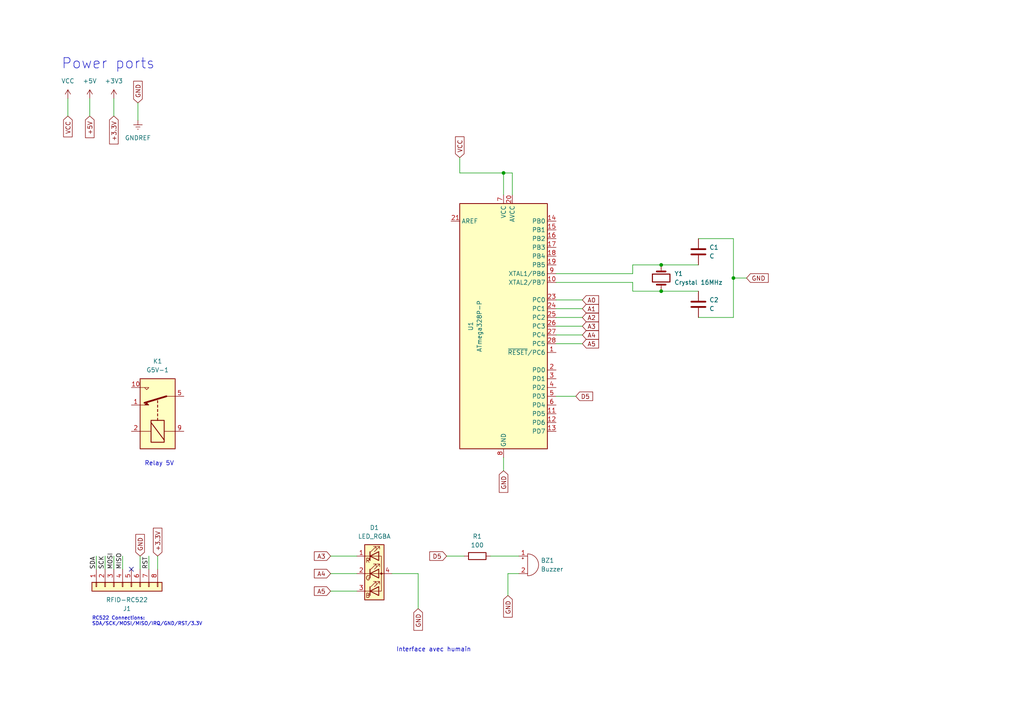
<source format=kicad_sch>
(kicad_sch (version 20211123) (generator eeschema)
  (paper "A4")
  (lib_symbols
    (symbol "Connector_Generic:Conn_01x08" (pin_names (offset 1.016) hide)
      (property "Reference" "J" (at 0 10.16 0))
      (property "Value" "Conn_01x08" (at 0 -12.7 0))
      (symbol "Conn_01x08_1_1"
        (rectangle (start -1.27 -10.033) (end 0 -10.287) (stroke (width 0.1524)))
        (rectangle (start -1.27 -7.493) (end 0 -7.747) (stroke (width 0.1524)))
        (rectangle (start -1.27 -4.953) (end 0 -5.207) (stroke (width 0.1524)))
        (rectangle (start -1.27 -2.413) (end 0 -2.667) (stroke (width 0.1524)))
        (rectangle (start -1.27 0.127) (end 0 -0.127) (stroke (width 0.1524)))
        (rectangle (start -1.27 2.667) (end 0 2.413) (stroke (width 0.1524)))
        (rectangle (start -1.27 5.207) (end 0 4.953) (stroke (width 0.1524)))
        (rectangle (start -1.27 7.747) (end 0 7.493) (stroke (width 0.1524)))
        (rectangle (start -1.27 8.89) (end 1.27 -11.43) (stroke (width 0.254)) (fill (type background)))
        (pin passive line (at -5.08 7.62 0) (length 3.81) (name "Pin_1") (number "1"))
        (pin passive line (at -5.08 5.08 0) (length 3.81) (name "Pin_2") (number "2"))
        (pin passive line (at -5.08 2.54 0) (length 3.81) (name "Pin_3") (number "3"))
        (pin passive line (at -5.08 0 0) (length 3.81) (name "Pin_4") (number "4"))
        (pin passive line (at -5.08 -2.54 0) (length 3.81) (name "Pin_5") (number "5"))
        (pin passive line (at -5.08 -5.08 0) (length 3.81) (name "Pin_6") (number "6"))
        (pin passive line (at -5.08 -7.62 0) (length 3.81) (name "Pin_7") (number "7"))
        (pin passive line (at -5.08 -10.16 0) (length 3.81) (name "Pin_8") (number "8"))
      )
    )
    (symbol "Device:Buzzer" (pin_names (offset 0.0254) hide)
      (property "Reference" "BZ" (at 3.81 1.27 0))
      (property "Value" "Buzzer" (at 3.81 -1.27 0))
      (symbol "Buzzer_0_1"
        (arc (start 0 -3.175) (mid 3.175 0) (end 0 3.175))
        (polyline (pts (xy -1.651 1.905) (xy -1.143 1.905)))
        (polyline (pts (xy -1.397 2.159) (xy -1.397 1.651)))
        (polyline (pts (xy 0 3.175) (xy 0 -3.175)))
      )
      (symbol "Buzzer_1_1"
        (pin passive line (at -2.54 2.54 0) (length 2.54) (name "-") (number "1"))
        (pin passive line (at -2.54 -2.54 0) (length 2.54) (name "+") (number "2"))
      )
    )
    (symbol "Device:C" (pin_numbers hide) (pin_names (offset 0.254))
      (property "Reference" "C" (at 0.635 2.54 0))
      (property "Value" "C" (at 0.635 -2.54 0))
      (symbol "C_0_1"
        (polyline (pts (xy -2.032 -0.762) (xy 2.032 -0.762)) (stroke (width 0.508)))
        (polyline (pts (xy -2.032 0.762) (xy 2.032 0.762)) (stroke (width 0.508)))
      )
      (symbol "C_1_1"
        (pin passive line (at 0 3.81 270) (length 2.794) (name "~") (number "1"))
        (pin passive line (at 0 -3.81 90) (length 2.794) (name "~") (number "2"))
      )
    )
    (symbol "Device:Crystal" (pin_numbers hide) (pin_names (offset 1.016) hide)
      (property "Reference" "Y" (at 0 3.81 0))
      (property "Value" "Crystal" (at 0 -3.81 0))
      (symbol "Crystal_0_1"
        (rectangle (start -1.143 2.54) (end 1.143 -2.54) (stroke (width 0.3048)))
        (polyline (pts (xy -2.54 0) (xy -1.905 0)))
        (polyline (pts (xy -1.905 -1.27) (xy -1.905 1.27)) (stroke (width 0.508)))
        (polyline (pts (xy 1.905 -1.27) (xy 1.905 1.27)) (stroke (width 0.508)))
        (polyline (pts (xy 2.54 0) (xy 1.905 0)))
      )
      (symbol "Crystal_1_1"
        (pin passive line (at -3.81 0 0) (length 1.27) (name "1") (number "1"))
        (pin passive line (at 3.81 0 180) (length 1.27) (name "2") (number "2"))
      )
    )
    (symbol "Device:LED_RGBA" (pin_names (offset 0) hide)
      (property "Reference" "D" (at 0 9.398 0))
      (property "Value" "LED_RGBA" (at 0 -8.89 0))
      (symbol "LED_RGBA_0_0"
        (text "B" (at -1.905 -6.35 0) (effects (font (size 1.27 1.27))))
        (text "G" (at -1.905 -1.27 0) (effects (font (size 1.27 1.27))))
        (text "R" (at -1.905 3.81 0) (effects (font (size 1.27 1.27))))
      )
      (symbol "LED_RGBA_0_1"
        (polyline (pts (xy -1.27 -5.08) (xy -2.54 -5.08)))
        (polyline (pts (xy -1.27 -5.08) (xy 1.27 -5.08)))
        (polyline (pts (xy -1.27 -3.81) (xy -1.27 -6.35)) (stroke (width 0.254)))
        (polyline (pts (xy -1.27 0) (xy -2.54 0)))
        (polyline (pts (xy -1.27 1.27) (xy -1.27 -1.27)) (stroke (width 0.254)))
        (polyline (pts (xy -1.27 5.08) (xy -2.54 5.08)))
        (polyline (pts (xy -1.27 5.08) (xy 1.27 5.08)))
        (polyline (pts (xy -1.27 6.35) (xy -1.27 3.81)) (stroke (width 0.254)))
        (polyline (pts (xy 1.27 0) (xy -1.27 0)))
        (polyline (pts (xy 1.27 0) (xy 2.54 0)))
        (polyline (pts (xy -1.27 1.27) (xy -1.27 -1.27) (xy -1.27 -1.27)))
        (polyline (pts (xy -1.27 6.35) (xy -1.27 3.81) (xy -1.27 3.81)))
        (polyline (pts (xy 1.27 -5.08) (xy 2.032 -5.08) (xy 2.032 5.08) (xy 1.27 5.08)))
        (polyline (pts (xy 1.27 -3.81) (xy 1.27 -6.35) (xy -1.27 -5.08) (xy 1.27 -3.81)) (stroke (width 0.254)))
        (polyline (pts (xy 1.27 1.27) (xy 1.27 -1.27) (xy -1.27 0) (xy 1.27 1.27)) (stroke (width 0.254)))
        (polyline (pts (xy 1.27 6.35) (xy 1.27 3.81) (xy -1.27 5.08) (xy 1.27 6.35)) (stroke (width 0.254)))
        (polyline (pts (xy -1.016 -3.81) (xy 0.508 -2.286) (xy -0.254 -2.286) (xy 0.508 -2.286) (xy 0.508 -3.048)))
        (polyline (pts (xy -1.016 1.27) (xy 0.508 2.794) (xy -0.254 2.794) (xy 0.508 2.794) (xy 0.508 2.032)))
        (polyline (pts (xy -1.016 6.35) (xy 0.508 7.874) (xy -0.254 7.874) (xy 0.508 7.874) (xy 0.508 7.112)))
        (polyline (pts (xy 0 -3.81) (xy 1.524 -2.286) (xy 0.762 -2.286) (xy 1.524 -2.286) (xy 1.524 -3.048)))
        (polyline (pts (xy 0 1.27) (xy 1.524 2.794) (xy 0.762 2.794) (xy 1.524 2.794) (xy 1.524 2.032)))
        (polyline (pts (xy 0 6.35) (xy 1.524 7.874) (xy 0.762 7.874) (xy 1.524 7.874) (xy 1.524 7.112)))
        (rectangle (start 1.27 -1.27) (end 1.27 1.27))
        (rectangle (start 1.27 1.27) (end 1.27 1.27))
        (rectangle (start 1.27 3.81) (end 1.27 6.35))
        (rectangle (start 1.27 6.35) (end 1.27 6.35))
        (circle (center 2.032 0) (radius 0.254) (fill (type outline)))
        (rectangle (start 2.794 8.382) (end -2.794 -7.62) (stroke (width 0.254)) (fill (type background)))
      )
      (symbol "LED_RGBA_1_1"
        (pin passive line (at -5.08 5.08 0) (length 2.54) (name "RK") (number "1"))
        (pin passive line (at -5.08 0 0) (length 2.54) (name "GK") (number "2"))
        (pin passive line (at -5.08 -5.08 0) (length 2.54) (name "BK") (number "3"))
        (pin passive line (at 5.08 0 180) (length 2.54) (name "A") (number "4"))
      )
    )
    (symbol "Device:R" (pin_numbers hide) (pin_names (offset 0))
      (property "Reference" "R" (at 2.032 0 90))
      (property "Value" "R" (at 0 0 90))
      (symbol "R_0_1"
        (rectangle (start -1.016 -2.54) (end 1.016 2.54) (stroke (width 0.254)))
      )
      (symbol "R_1_1"
        (pin passive line (at 0 3.81 270) (length 1.27) (name "~") (number "1"))
        (pin passive line (at 0 -3.81 90) (length 1.27) (name "~") (number "2"))
      )
    )
    (symbol "MCU_Microchip_ATmega:ATmega328P-P"
      (property "Reference" "U" (at -12.7 36.83 0))
      (property "Value" "ATmega328P-P" (at 2.54 -36.83 0))
      (symbol "ATmega328P-P_0_1"
        (rectangle (start -12.7 -35.56) (end 12.7 35.56) (stroke (width 0.254)) (fill (type background)))
      )
      (symbol "ATmega328P-P_1_1"
        (pin bidirectional line (at 15.24 -7.62 180) (length 2.54) (name "~{RESET}/PC6") (number "1"))
        (pin bidirectional line (at 15.24 12.7 180) (length 2.54) (name "XTAL2/PB7") (number "10"))
        (pin bidirectional line (at 15.24 -25.4 180) (length 2.54) (name "PD5") (number "11"))
        (pin bidirectional line (at 15.24 -27.94 180) (length 2.54) (name "PD6") (number "12"))
        (pin bidirectional line (at 15.24 -30.48 180) (length 2.54) (name "PD7") (number "13"))
        (pin bidirectional line (at 15.24 30.48 180) (length 2.54) (name "PB0") (number "14"))
        (pin bidirectional line (at 15.24 27.94 180) (length 2.54) (name "PB1") (number "15"))
        (pin bidirectional line (at 15.24 25.4 180) (length 2.54) (name "PB2") (number "16"))
        (pin bidirectional line (at 15.24 22.86 180) (length 2.54) (name "PB3") (number "17"))
        (pin bidirectional line (at 15.24 20.32 180) (length 2.54) (name "PB4") (number "18"))
        (pin bidirectional line (at 15.24 17.78 180) (length 2.54) (name "PB5") (number "19"))
        (pin bidirectional line (at 15.24 -12.7 180) (length 2.54) (name "PD0") (number "2"))
        (pin power_in line (at 2.54 38.1 270) (length 2.54) (name "AVCC") (number "20"))
        (pin passive line (at -15.24 30.48 0) (length 2.54) (name "AREF") (number "21"))
        (pin passive line (at 0 -38.1 90) (length 2.54) hide (name "GND") (number "22"))
        (pin bidirectional line (at 15.24 7.62 180) (length 2.54) (name "PC0") (number "23"))
        (pin bidirectional line (at 15.24 5.08 180) (length 2.54) (name "PC1") (number "24"))
        (pin bidirectional line (at 15.24 2.54 180) (length 2.54) (name "PC2") (number "25"))
        (pin bidirectional line (at 15.24 0 180) (length 2.54) (name "PC3") (number "26"))
        (pin bidirectional line (at 15.24 -2.54 180) (length 2.54) (name "PC4") (number "27"))
        (pin bidirectional line (at 15.24 -5.08 180) (length 2.54) (name "PC5") (number "28"))
        (pin bidirectional line (at 15.24 -15.24 180) (length 2.54) (name "PD1") (number "3"))
        (pin bidirectional line (at 15.24 -17.78 180) (length 2.54) (name "PD2") (number "4"))
        (pin bidirectional line (at 15.24 -20.32 180) (length 2.54) (name "PD3") (number "5"))
        (pin bidirectional line (at 15.24 -22.86 180) (length 2.54) (name "PD4") (number "6"))
        (pin power_in line (at 0 38.1 270) (length 2.54) (name "VCC") (number "7"))
        (pin power_in line (at 0 -38.1 90) (length 2.54) (name "GND") (number "8"))
        (pin bidirectional line (at 15.24 15.24 180) (length 2.54) (name "XTAL1/PB6") (number "9"))
      )
    )
    (symbol "Relay:G5V-1"
      (property "Reference" "K" (at 11.43 3.81 0))
      (property "Value" "G5V-1" (at 11.43 1.27 0))
      (symbol "G5V-1_0_0"
        (polyline (pts (xy 7.62 5.08) (xy 7.62 2.54) (xy 6.985 3.175) (xy 7.62 3.81)))
      )
      (symbol "G5V-1_0_1"
        (rectangle (start -10.16 5.08) (end 10.16 -5.08) (stroke (width 0.254)) (fill (type background)))
        (rectangle (start -8.255 1.905) (end -1.905 -1.905) (stroke (width 0.254)))
        (polyline (pts (xy -7.62 -1.905) (xy -2.54 1.905)) (stroke (width 0.254)))
        (polyline (pts (xy -5.08 -5.08) (xy -5.08 -1.905)))
        (polyline (pts (xy -5.08 5.08) (xy -5.08 1.905)))
        (polyline (pts (xy -1.905 0) (xy -1.27 0)) (stroke (width 0.254)))
        (polyline (pts (xy -0.635 0) (xy 0 0)) (stroke (width 0.254)))
        (polyline (pts (xy 0.635 0) (xy 1.27 0)) (stroke (width 0.254)))
        (polyline (pts (xy 1.905 0) (xy 2.54 0)) (stroke (width 0.254)))
        (polyline (pts (xy 3.175 0) (xy 3.81 0)) (stroke (width 0.254)))
        (polyline (pts (xy 5.08 -2.54) (xy 3.175 3.81)) (stroke (width 0.508)))
        (polyline (pts (xy 5.08 -2.54) (xy 5.08 -5.08)))
        (polyline (pts (xy 2.54 5.08) (xy 2.54 2.54) (xy 3.175 3.175) (xy 2.54 3.81)) (fill (type outline)))
      )
      (symbol "G5V-1_1_1"
        (pin passive line (at 2.54 7.62 270) (length 2.54) (name "~") (number "1"))
        (pin passive line (at 7.62 7.62 270) (length 2.54) (name "~") (number "10"))
        (pin passive line (at -5.08 7.62 270) (length 2.54) (name "~") (number "2"))
        (pin passive line (at 5.08 -7.62 90) (length 2.54) (name "~") (number "5"))
        (pin passive line (at 5.08 -7.62 90) (length 2.54) hide (name "~") (number "6"))
        (pin passive line (at -5.08 -7.62 90) (length 2.54) (name "~") (number "9"))
      )
    )
    (symbol "power:+3.3V" (power) (pin_names (offset 0))
      (property "Value" "+3.3V" (at 0 3.556 0))
      (symbol "+3.3V_0_1"
        (polyline (pts (xy -0.762 1.27) (xy 0 2.54)))
        (polyline (pts (xy 0 0) (xy 0 2.54)))
        (polyline (pts (xy 0 2.54) (xy 0.762 1.27)))
      )
      (symbol "+3.3V_1_1"
        (pin power_in line (at 0 0 90) (length 0) hide (name "+3V3") (number "1"))
      )
    )
    (symbol "power:+5V" (power) (pin_names (offset 0))
      (property "Value" "+5V" (at 0 3.556 0))
      (symbol "+5V_0_1"
        (polyline (pts (xy -0.762 1.27) (xy 0 2.54)))
        (polyline (pts (xy 0 0) (xy 0 2.54)))
        (polyline (pts (xy 0 2.54) (xy 0.762 1.27)))
      )
      (symbol "+5V_1_1"
        (pin power_in line (at 0 0 90) (length 0) hide (name "+5V") (number "1"))
      )
    )
    (symbol "power:GNDREF" (power) (pin_names (offset 0))
      (property "Value" "GNDREF" (at 0 -3.81 0))
      (symbol "GNDREF_0_1"
        (polyline (pts (xy -0.635 -1.905) (xy 0.635 -1.905)))
        (polyline (pts (xy -0.127 -2.54) (xy 0.127 -2.54)))
        (polyline (pts (xy 0 -1.27) (xy 0 0)))
        (polyline (pts (xy 1.27 -1.27) (xy -1.27 -1.27)))
      )
      (symbol "GNDREF_1_1"
        (pin power_in line (at 0 0 270) (length 0) hide (name "GNDREF") (number "1"))
      )
    )
    (symbol "power:VCC" (power) (pin_names (offset 0))
      (property "Value" "VCC" (at 0 3.81 0))
      (symbol "VCC_0_1"
        (polyline (pts (xy -0.762 1.27) (xy 0 2.54)))
        (polyline (pts (xy 0 0) (xy 0 2.54)))
        (polyline (pts (xy 0 2.54) (xy 0.762 1.27)))
      )
      (symbol "VCC_1_1"
        (pin power_in line (at 0 0 90) (length 0) hide (name "VCC") (number "1"))
      )
    )
  )
  (junction (at 191.77 76.835))
  (junction (at 146.05 50.165))
  (junction (at 191.77 84.455))
  (junction (at 212.725 80.645))
  (no_connect (at 38.1 165.1))
  (wire (pts (xy 19.685 28.575) (xy 19.685 33.655)))
  (wire (pts (xy 121.285 166.37) (xy 121.285 176.53)))
  (wire (pts (xy 33.02 28.575) (xy 33.02 33.655)))
  (wire (pts (xy 35.56 161.29) (xy 35.56 165.1)))
  (wire (pts (xy 183.515 84.455) (xy 183.515 81.915)))
  (wire (pts (xy 161.29 94.615) (xy 168.91 94.615)))
  (wire (pts (xy 161.29 97.155) (xy 168.91 97.155)))
  (wire (pts (xy 183.515 76.835) (xy 191.77 76.835)))
  (wire (pts (xy 146.05 50.165) (xy 133.35 50.165)))
  (wire (pts (xy 191.77 84.455) (xy 202.565 84.455)))
  (wire (pts (xy 150.495 166.37) (xy 147.32 166.37)))
  (wire (pts (xy 148.59 50.165) (xy 146.05 50.165)))
  (wire (pts (xy 146.05 50.165) (xy 146.05 56.515)))
  (wire (pts (xy 202.565 92.075) (xy 212.725 92.075)))
  (wire (pts (xy 43.18 161.29) (xy 43.18 165.1)))
  (wire (pts (xy 212.725 92.075) (xy 212.725 80.645)))
  (wire (pts (xy 148.59 56.515) (xy 148.59 50.165)))
  (wire (pts (xy 161.29 86.995) (xy 168.91 86.995)))
  (wire (pts (xy 212.725 80.645) (xy 216.535 80.645)))
  (wire (pts (xy 161.29 114.935) (xy 167.005 114.935)))
  (wire (pts (xy 133.35 45.72) (xy 133.35 50.165)))
  (wire (pts (xy 26.035 28.575) (xy 26.035 33.655)))
  (wire (pts (xy 161.29 99.695) (xy 168.91 99.695)))
  (wire (pts (xy 146.05 132.715) (xy 146.05 136.525)))
  (wire (pts (xy 191.77 76.835) (xy 202.565 76.835)))
  (wire (pts (xy 212.725 80.645) (xy 212.725 69.215)))
  (wire (pts (xy 183.515 76.835) (xy 183.515 79.375)))
  (wire (pts (xy 202.565 69.215) (xy 212.725 69.215)))
  (wire (pts (xy 142.24 161.29) (xy 150.495 161.29)))
  (wire (pts (xy 95.885 171.45) (xy 103.505 171.45)))
  (wire (pts (xy 40.005 29.845) (xy 40.005 34.925)))
  (wire (pts (xy 30.48 161.29) (xy 30.48 165.1)))
  (wire (pts (xy 183.515 84.455) (xy 191.77 84.455)))
  (wire (pts (xy 95.885 166.37) (xy 103.505 166.37)))
  (wire (pts (xy 134.62 161.29) (xy 129.54 161.29)))
  (wire (pts (xy 161.29 79.375) (xy 183.515 79.375)))
  (wire (pts (xy 161.29 81.915) (xy 183.515 81.915)))
  (wire (pts (xy 33.02 161.29) (xy 33.02 165.1)))
  (wire (pts (xy 45.72 161.29) (xy 45.72 165.1)))
  (wire (pts (xy 95.885 161.29) (xy 103.505 161.29)))
  (wire (pts (xy 113.665 166.37) (xy 121.285 166.37)))
  (wire (pts (xy 161.29 89.535) (xy 168.91 89.535)))
  (wire (pts (xy 27.94 161.29) (xy 27.94 165.1)))
  (wire (pts (xy 40.64 161.29) (xy 40.64 165.1)))
  (wire (pts (xy 161.29 92.075) (xy 168.91 92.075)))
  (wire (pts (xy 147.32 166.37) (xy 147.32 172.72)))
  (text "RC522 Connections:\nSDA/SCK/MOSI/MISO/IRQ/GND/RST/3.3V" (at 26.67 181.61 0) (effects (font (size 1 1)) (justify left bottom)))
  (text "Interface avec humain" (at 114.935 189.23 0) (effects (font (size 1.27 1.27)) (justify left bottom)))
  (text "Relay 5V" (at 41.91 135.255 0) (effects (font (size 1.27 1.27)) (justify left bottom)))
  (text "Power ports" (at 17.78 20.32 0) (effects (font (size 3 3)) (justify left bottom)))
  (label "MOSI" (at 33.02 165.1 90))
  (label "MISO" (at 35.56 165.1 90))
  (label "SDA" (at 27.94 165.1 90))
  (label "RST" (at 43.18 165.0631 90))
  (label "SCK" (at 30.48 165.1 90))
  (global_label "A5" (shape input) (at 95.885 171.45 180) (property "Intersheet References" "${INTERSHEET_REFS}" (effects hide)))
  (global_label "+3.3V" (shape input) (at 33.02 33.655 270) (property "Intersheet References" "${INTERSHEET_REFS}" (effects hide)))
  (global_label "GND" (shape input) (at 121.285 176.53 270) (property "Intersheet References" "${INTERSHEET_REFS}" (effects hide)))
  (global_label "A0" (shape input) (at 168.91 86.995 0) (property "Intersheet References" "${INTERSHEET_REFS}" (effects hide)))
  (global_label "+5V" (shape input) (at 26.035 33.655 270) (property "Intersheet References" "${INTERSHEET_REFS}" (effects hide)))
  (global_label "A4" (shape input) (at 95.885 166.37 180) (property "Intersheet References" "${INTERSHEET_REFS}" (effects hide)))
  (global_label "GND" (shape input) (at 147.32 172.72 270) (property "Intersheet References" "${INTERSHEET_REFS}" (effects hide)))
  (global_label "A3" (shape input) (at 95.885 161.29 180) (property "Intersheet References" "${INTERSHEET_REFS}" (effects hide)))
  (global_label "GND" (shape input) (at 40.005 29.845 90) (property "Intersheet References" "${INTERSHEET_REFS}" (effects hide)))
  (global_label "+3.3V" (shape input) (at 45.72 161.29 90) (property "Intersheet References" "${INTERSHEET_REFS}" (effects hide)))
  (global_label "A5" (shape input) (at 168.91 99.695 0) (property "Intersheet References" "${INTERSHEET_REFS}" (effects hide)))
  (global_label "VCC" (shape input) (at 133.35 45.72 90) (property "Intersheet References" "${INTERSHEET_REFS}" (effects hide)))
  (global_label "D5" (shape input) (at 167.005 114.935 0) (property "Intersheet References" "${INTERSHEET_REFS}" (effects hide)))
  (global_label "GND" (shape input) (at 40.64 161.29 90) (property "Intersheet References" "${INTERSHEET_REFS}" (effects hide)))
  (global_label "D5" (shape input) (at 129.54 161.29 180) (property "Intersheet References" "${INTERSHEET_REFS}" (effects hide)))
  (global_label "A3" (shape input) (at 168.91 94.615 0) (property "Intersheet References" "${INTERSHEET_REFS}" (effects hide)))
  (global_label "GND" (shape input) (at 146.05 136.525 270) (property "Intersheet References" "${INTERSHEET_REFS}" (effects hide)))
  (global_label "GND" (shape input) (at 216.535 80.645 0) (property "Intersheet References" "${INTERSHEET_REFS}" (effects hide)))
  (global_label "A4" (shape input) (at 168.91 97.155 0) (property "Intersheet References" "${INTERSHEET_REFS}" (effects hide)))
  (global_label "VCC" (shape input) (at 19.685 33.655 270) (property "Intersheet References" "${INTERSHEET_REFS}" (effects hide)))
  (global_label "A1" (shape input) (at 168.91 89.535 0) (property "Intersheet References" "${INTERSHEET_REFS}" (effects hide)))
  (global_label "A2" (shape input) (at 168.91 92.075 0) (property "Intersheet References" "${INTERSHEET_REFS}" (effects hide)))
  (symbol (lib_id "power:+5V") (at 26.035 28.575 0) (unit 1)
    (property "Reference" "#PWR0103" (effects hide))
    (property "Value" "+5V" (at 26.035 23.495 0))
  )
  (symbol (lib_id "Device:Buzzer") (at 153.035 163.83 0) (unit 1)
    (property "Reference" "BZ1" (at 156.845 162.5599 0) (effects (justify left)))
    (property "Value" "Buzzer" (at 156.845 165.0999 0) (effects (justify left)))
  )
  (symbol (lib_id "MCU_Microchip_ATmega:ATmega328P-P") (at 146.05 94.615 0) (unit 1)
    (property "Reference" "U1" (at 136.525 94.615 90))
    (property "Value" "ATmega328P-P" (at 139.065 94.615 90))
    (property "Footprint" "Package_DIP:DIP-28_W7.62mm" (effects hide))
    (property "Datasheet" "http://ww1.microchip.com/downloads/en/DeviceDoc/ATmega328_P%20AVR%20MCU%20with%20picoPower%20Technology%20Data%20Sheet%2040001984A.pdf" (effects hide))
  )
  (symbol (lib_id "power:GNDREF") (at 40.005 34.925 0) (unit 1)
    (property "Reference" "#PWR0104" (effects hide))
    (property "Value" "GNDREF" (at 40.005 40.005 0))
  )
  (symbol (lib_id "Device:LED_RGBA") (at 108.585 166.37 0) (unit 1)
    (property "Reference" "D1" (at 108.585 153.035 0))
    (property "Value" "LED_RGBA" (at 108.585 155.575 0))
  )
  (symbol (lib_id "Device:C") (at 202.565 73.025 0) (unit 1)
    (property "Reference" "C1" (at 205.74 71.7549 0) (effects (justify left)))
    (property "Value" "C" (at 205.74 74.2949 0) (effects (justify left)))
  )
  (symbol (lib_id "Device:C") (at 202.565 88.265 0) (unit 1)
    (property "Reference" "C2" (at 205.74 86.9949 0) (effects (justify left)))
    (property "Value" "C" (at 205.74 89.5349 0) (effects (justify left)))
  )
  (symbol (lib_id "Connector_Generic:Conn_01x08") (at 35.56 170.18 90) (mirror x) (unit 1)
    (property "Reference" "J1" (at 36.83 176.53 90))
    (property "Value" "RFID-RC522" (at 36.83 173.99 90))
  )
  (symbol (lib_id "Relay:G5V-1") (at 45.72 120.015 90) (unit 1)
    (property "Reference" "K1" (at 45.72 104.775 90))
    (property "Value" "G5V-1" (at 45.72 107.315 90))
    (property "Footprint" "Relay_THT:Relay_SPDT_Omron_G5V-1" (effects hide))
    (property "Datasheet" "http://omronfs.omron.com/en_US/ecb/products/pdf/en-g5v_1.pdf" (effects hide))
  )
  (symbol (lib_id "Device:R") (at 138.43 161.29 90) (unit 1)
    (property "Reference" "R1" (at 138.43 155.575 90))
    (property "Value" "100" (at 138.43 158.115 90))
  )
  (symbol (lib_id "Device:Crystal") (at 191.77 80.645 90) (unit 1)
    (property "Reference" "Y1" (at 195.58 79.3749 90) (effects (justify right)))
    (property "Value" "Crystal 16MHz" (at 195.58 81.9149 90) (effects (justify right)))
  )
  (symbol (lib_id "power:VCC") (at 19.685 28.575 0) (unit 1)
    (property "Reference" "#PWR0102" (effects hide))
    (property "Value" "VCC" (at 19.685 23.495 0))
  )
  (symbol (lib_id "power:+3.3V") (at 33.02 28.575 0) (unit 1)
    (property "Reference" "#PWR0101" (effects hide))
    (property "Value" "+3.3V" (at 33.02 23.495 0))
  )
)
</source>
